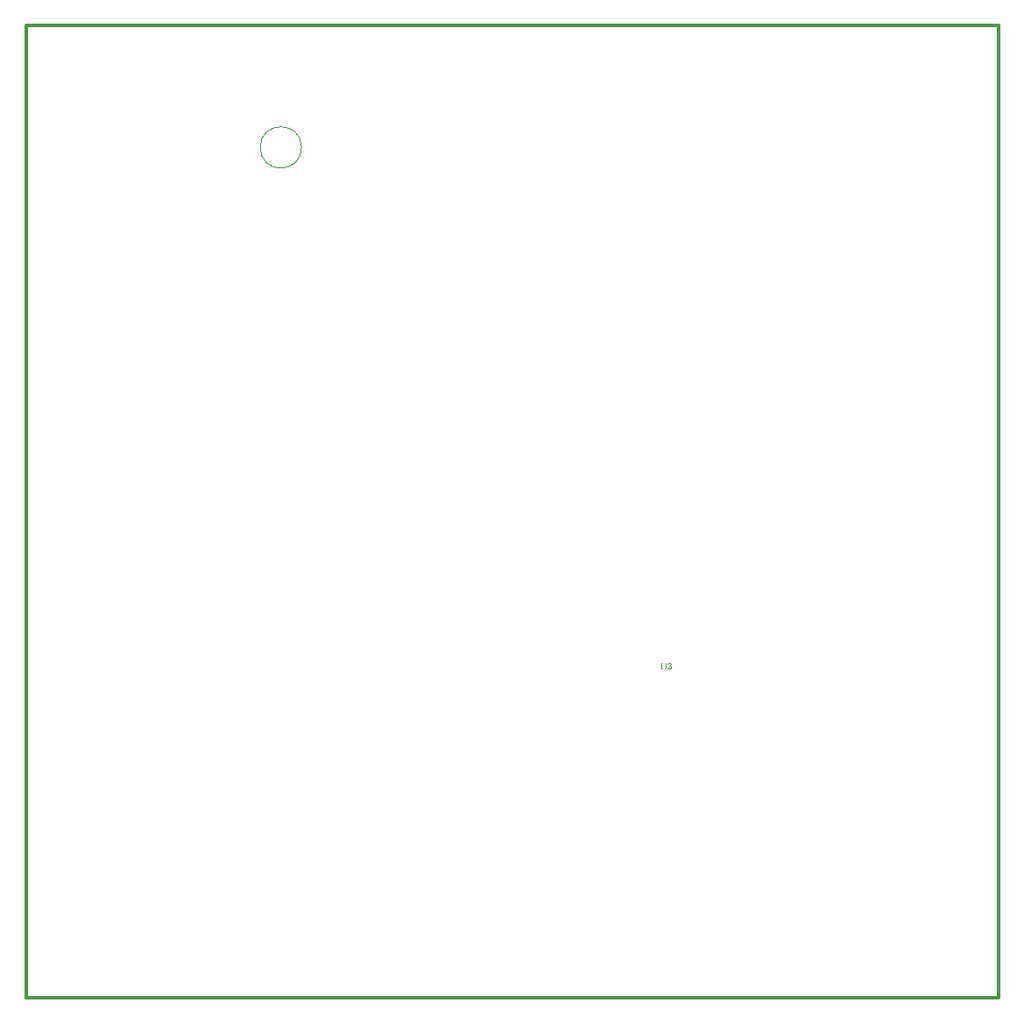
<source format=gbr>
%TF.GenerationSoftware,Altium Limited,Altium Designer,20.2.4 (192)*%
G04 Layer_Color=16711935*
%FSLAX26Y26*%
%MOIN*%
%TF.SameCoordinates,E583F5DD-14CA-44D8-B3B7-8EACC7EC20E5*%
%TF.FilePolarity,Positive*%
%TF.FileFunction,Other,Mechanical_1*%
%TF.Part,Single*%
G01*
G75*
%TA.AperFunction,NonConductor*%
%ADD53C,0.011811*%
%ADD76C,0.003937*%
G36*
X2450045Y1275375D02*
X2450518Y1275302D01*
X2451100Y1275193D01*
X2451756Y1275011D01*
X2452411Y1274793D01*
X2453066Y1274502D01*
X2453102D01*
X2453139Y1274465D01*
X2453357Y1274356D01*
X2453685Y1274138D01*
X2454049Y1273883D01*
X2454485Y1273519D01*
X2454922Y1273118D01*
X2455359Y1272645D01*
X2455723Y1272099D01*
X2455760Y1272026D01*
X2455869Y1271844D01*
X2456014Y1271517D01*
X2456196Y1271116D01*
X2456378Y1270643D01*
X2456524Y1270097D01*
X2456633Y1269478D01*
X2456669Y1268860D01*
Y1268787D01*
Y1268568D01*
X2456633Y1268277D01*
X2456560Y1267877D01*
X2456451Y1267403D01*
X2456269Y1266894D01*
X2456051Y1266384D01*
X2455760Y1265875D01*
X2455723Y1265802D01*
X2455614Y1265656D01*
X2455396Y1265401D01*
X2455104Y1265110D01*
X2454740Y1264783D01*
X2454303Y1264419D01*
X2453794Y1264091D01*
X2453175Y1263764D01*
X2453211D01*
X2453284Y1263727D01*
X2453394Y1263691D01*
X2453539Y1263654D01*
X2453939Y1263509D01*
X2454449Y1263290D01*
X2455032Y1262999D01*
X2455614Y1262635D01*
X2456160Y1262162D01*
X2456669Y1261616D01*
X2456706Y1261543D01*
X2456852Y1261325D01*
X2457070Y1260961D01*
X2457288Y1260487D01*
X2457507Y1259905D01*
X2457725Y1259214D01*
X2457871Y1258413D01*
X2457907Y1257539D01*
Y1257503D01*
Y1257393D01*
Y1257211D01*
X2457871Y1256993D01*
X2457834Y1256702D01*
X2457762Y1256374D01*
X2457689Y1256010D01*
X2457616Y1255610D01*
X2457325Y1254736D01*
X2457106Y1254263D01*
X2456888Y1253826D01*
X2456597Y1253353D01*
X2456269Y1252880D01*
X2455905Y1252407D01*
X2455468Y1251970D01*
X2455432Y1251934D01*
X2455359Y1251861D01*
X2455213Y1251752D01*
X2455032Y1251606D01*
X2454813Y1251424D01*
X2454522Y1251242D01*
X2454194Y1251024D01*
X2453794Y1250841D01*
X2453394Y1250623D01*
X2452920Y1250405D01*
X2452447Y1250223D01*
X2451901Y1250041D01*
X2451319Y1249895D01*
X2450700Y1249786D01*
X2450081Y1249713D01*
X2449390Y1249677D01*
X2449062D01*
X2448843Y1249713D01*
X2448552Y1249749D01*
X2448225Y1249786D01*
X2447861Y1249859D01*
X2447460Y1249931D01*
X2446587Y1250150D01*
X2445677Y1250514D01*
X2445204Y1250732D01*
X2444767Y1250987D01*
X2444330Y1251315D01*
X2443893Y1251642D01*
X2443857Y1251679D01*
X2443784Y1251752D01*
X2443675Y1251861D01*
X2443566Y1252006D01*
X2443383Y1252188D01*
X2443202Y1252443D01*
X2442983Y1252698D01*
X2442765Y1253025D01*
X2442546Y1253389D01*
X2442328Y1253754D01*
X2441927Y1254627D01*
X2441600Y1255646D01*
X2441491Y1256192D01*
X2441418Y1256775D01*
X2444512Y1257175D01*
Y1257139D01*
X2444548Y1257066D01*
X2444585Y1256920D01*
X2444621Y1256738D01*
X2444657Y1256520D01*
X2444730Y1256265D01*
X2444912Y1255719D01*
X2445167Y1255064D01*
X2445495Y1254445D01*
X2445859Y1253863D01*
X2446296Y1253353D01*
X2446368Y1253317D01*
X2446514Y1253171D01*
X2446805Y1252989D01*
X2447169Y1252807D01*
X2447606Y1252589D01*
X2448152Y1252407D01*
X2448771Y1252261D01*
X2449426Y1252225D01*
X2449644D01*
X2449790Y1252261D01*
X2450190Y1252297D01*
X2450700Y1252407D01*
X2451282Y1252589D01*
X2451901Y1252843D01*
X2452520Y1253207D01*
X2453102Y1253717D01*
X2453175Y1253790D01*
X2453357Y1254008D01*
X2453575Y1254336D01*
X2453867Y1254773D01*
X2454158Y1255319D01*
X2454376Y1255938D01*
X2454558Y1256666D01*
X2454631Y1257466D01*
Y1257503D01*
Y1257575D01*
Y1257685D01*
X2454595Y1257830D01*
X2454558Y1258231D01*
X2454449Y1258704D01*
X2454303Y1259286D01*
X2454049Y1259869D01*
X2453685Y1260451D01*
X2453211Y1260997D01*
X2453139Y1261070D01*
X2452957Y1261216D01*
X2452666Y1261434D01*
X2452265Y1261689D01*
X2451756Y1261944D01*
X2451137Y1262162D01*
X2450445Y1262307D01*
X2449681Y1262380D01*
X2449353D01*
X2449098Y1262344D01*
X2448771Y1262307D01*
X2448407Y1262235D01*
X2447970Y1262162D01*
X2447497Y1262053D01*
X2447861Y1264783D01*
X2448043D01*
X2448188Y1264746D01*
X2448662D01*
X2449062Y1264819D01*
X2449535Y1264892D01*
X2450081Y1265001D01*
X2450700Y1265183D01*
X2451282Y1265438D01*
X2451901Y1265765D01*
X2451938D01*
X2451974Y1265802D01*
X2452156Y1265947D01*
X2452411Y1266202D01*
X2452702Y1266530D01*
X2452993Y1267003D01*
X2453248Y1267549D01*
X2453430Y1268168D01*
X2453503Y1268532D01*
Y1268932D01*
Y1268969D01*
Y1269005D01*
Y1269224D01*
X2453430Y1269515D01*
X2453357Y1269915D01*
X2453211Y1270352D01*
X2453030Y1270825D01*
X2452738Y1271298D01*
X2452338Y1271735D01*
X2452302Y1271772D01*
X2452119Y1271917D01*
X2451865Y1272099D01*
X2451537Y1272318D01*
X2451100Y1272499D01*
X2450591Y1272681D01*
X2450008Y1272827D01*
X2449353Y1272863D01*
X2449062D01*
X2448734Y1272791D01*
X2448298Y1272718D01*
X2447824Y1272572D01*
X2447351Y1272390D01*
X2446841Y1272099D01*
X2446368Y1271735D01*
X2446332Y1271699D01*
X2446186Y1271517D01*
X2445968Y1271262D01*
X2445713Y1270898D01*
X2445458Y1270425D01*
X2445204Y1269842D01*
X2444985Y1269151D01*
X2444840Y1268350D01*
X2441745Y1268896D01*
Y1268932D01*
X2441782Y1269042D01*
X2441818Y1269187D01*
X2441855Y1269406D01*
X2441927Y1269660D01*
X2442037Y1269951D01*
X2442255Y1270643D01*
X2442619Y1271444D01*
X2443056Y1272245D01*
X2443602Y1273009D01*
X2444294Y1273701D01*
X2444330Y1273737D01*
X2444403Y1273774D01*
X2444512Y1273846D01*
X2444657Y1273956D01*
X2444840Y1274101D01*
X2445094Y1274247D01*
X2445349Y1274392D01*
X2445677Y1274574D01*
X2446405Y1274866D01*
X2447242Y1275157D01*
X2448225Y1275339D01*
X2448734Y1275411D01*
X2449644D01*
X2450045Y1275375D01*
D02*
G37*
G36*
X2437086Y1260742D02*
Y1260706D01*
Y1260560D01*
Y1260378D01*
Y1260123D01*
X2437050Y1259796D01*
Y1259432D01*
X2437014Y1258995D01*
X2436977Y1258558D01*
X2436868Y1257575D01*
X2436722Y1256556D01*
X2436504Y1255573D01*
X2436358Y1255100D01*
X2436213Y1254664D01*
Y1254627D01*
X2436176Y1254554D01*
X2436104Y1254445D01*
X2436031Y1254300D01*
X2435812Y1253899D01*
X2435485Y1253389D01*
X2435048Y1252807D01*
X2434538Y1252225D01*
X2433883Y1251606D01*
X2433082Y1251060D01*
X2433046D01*
X2432973Y1250987D01*
X2432864Y1250951D01*
X2432682Y1250841D01*
X2432463Y1250732D01*
X2432172Y1250623D01*
X2431881Y1250514D01*
X2431517Y1250368D01*
X2431117Y1250223D01*
X2430680Y1250113D01*
X2430207Y1250004D01*
X2429661Y1249895D01*
X2429115Y1249822D01*
X2428532Y1249749D01*
X2427222Y1249677D01*
X2426894D01*
X2426640Y1249713D01*
X2426348D01*
X2425984Y1249749D01*
X2425584Y1249786D01*
X2425184Y1249822D01*
X2424273Y1249968D01*
X2423291Y1250186D01*
X2422344Y1250477D01*
X2421434Y1250878D01*
X2421398D01*
X2421325Y1250951D01*
X2421216Y1251024D01*
X2421070Y1251096D01*
X2420670Y1251388D01*
X2420197Y1251788D01*
X2419651Y1252297D01*
X2419141Y1252880D01*
X2418631Y1253608D01*
X2418231Y1254409D01*
Y1254445D01*
X2418195Y1254518D01*
X2418158Y1254664D01*
X2418086Y1254845D01*
X2418013Y1255064D01*
X2417940Y1255355D01*
X2417831Y1255683D01*
X2417758Y1256083D01*
X2417685Y1256520D01*
X2417576Y1256993D01*
X2417503Y1257503D01*
X2417430Y1258049D01*
X2417358Y1258668D01*
X2417321Y1259323D01*
X2417285Y1260014D01*
Y1260742D01*
Y1275302D01*
X2420633D01*
Y1260742D01*
Y1260706D01*
Y1260597D01*
Y1260415D01*
Y1260196D01*
X2420670Y1259941D01*
Y1259614D01*
X2420706Y1258922D01*
X2420779Y1258121D01*
X2420888Y1257321D01*
X2421034Y1256556D01*
X2421107Y1256229D01*
X2421216Y1255901D01*
X2421252Y1255828D01*
X2421325Y1255646D01*
X2421507Y1255391D01*
X2421726Y1255027D01*
X2421980Y1254664D01*
X2422344Y1254263D01*
X2422781Y1253863D01*
X2423291Y1253535D01*
X2423363Y1253499D01*
X2423546Y1253389D01*
X2423873Y1253280D01*
X2424310Y1253135D01*
X2424820Y1252953D01*
X2425475Y1252843D01*
X2426166Y1252734D01*
X2426931Y1252698D01*
X2427295D01*
X2427513Y1252734D01*
X2427841D01*
X2428168Y1252771D01*
X2428969Y1252916D01*
X2429843Y1253098D01*
X2430680Y1253389D01*
X2431481Y1253790D01*
X2431845Y1254045D01*
X2432172Y1254336D01*
X2432209Y1254372D01*
X2432245Y1254409D01*
X2432318Y1254518D01*
X2432427Y1254664D01*
X2432536Y1254882D01*
X2432682Y1255100D01*
X2432827Y1255428D01*
X2432973Y1255755D01*
X2433119Y1256156D01*
X2433228Y1256629D01*
X2433374Y1257175D01*
X2433483Y1257757D01*
X2433592Y1258413D01*
X2433665Y1259104D01*
X2433738Y1259905D01*
Y1260742D01*
Y1275302D01*
X2437086D01*
Y1260742D01*
D02*
G37*
D53*
X0Y0D02*
X3700000D01*
Y3700000D01*
X0D02*
X3700000D01*
X0Y0D02*
Y3700000D01*
D76*
X1048740Y3237000D02*
G03*
X1048740Y3237000I-78740J0D01*
G01*
%TF.MD5,f6a823d0eee3acbbfec62f79031bedee*%
M02*

</source>
